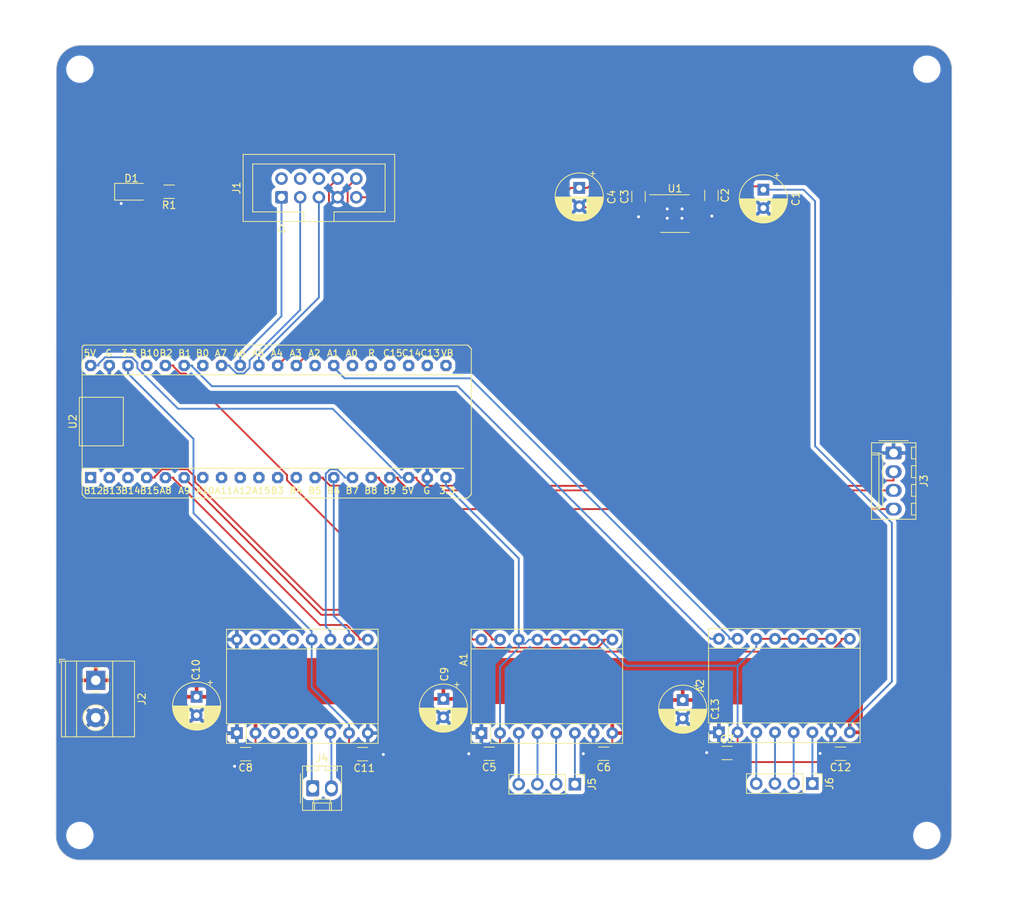
<source format=kicad_pcb>
(kicad_pcb (version 20221018) (generator pcbnew)
  (layers (0 "F.Cu" signal) (31 "B.Cu" signal) (34 "B.Paste" user) (35 "F.Paste" user) (36 "B.SilkS" user "B.Silkscreen") (37 "F.SilkS" user "F.Silkscreen") (38 "B.Mask" user) (39 "F.Mask" user) (44 "Edge.Cuts" user))
  (net 0 "")
  (net 1 "GND")
  (net 2 "+3V3")
  (net 3 "/Motion control/1Bx")
  (net 4 "/Motion control/1Ax")
  (net 5 "/Motion control/2Ax")
  (net 6 "/Motion control/2Bx")
  (net 7 "+12V")
  (net 8 "/Digital/ENX")
  (net 9 "/Digital/STEPX")
  (net 10 "/Digital/DIRX")
  (net 11 "/Motion control/1By")
  (net 12 "/Motion control/1Ay")
  (net 13 "/Motion control/2Ay")
  (net 14 "/Motion control/2By")
  (net 15 "/Digital/ENY")
  (net 16 "/Digital/STEPY")
  (net 17 "/Digital/DIRY")
  (net 18 "+5V")
  (net 19 "Net-(D1-A)")
  (net 20 "MISO")
  (net 22 "MOSI")
  (net 24 "SCLK")
  (net 26 "CS")
  (net 27 "DRDY")
  (net 28 "+5VD")
  (net 29 "/Digital/SDA")
  (net 30 "/Digital/SCL")
  (net 31 "/Motion control/AO2")
  (net 32 "/Motion control/AO1")
  (net 38 "/Digital/PWM")
  (net 45 "/Digital/COIL1")
  (net 46 "/Digital/COIL2")
  (footprint "MountingHole:MountingHole_3.2mm_M3_ISO7380" (layer "F.Cu") (at 40.85 58.85)
    (fp_text reference "H4" hide)
    (fp_text value "MountingHole")
  )
  (footprint "Connector_IDC:IDC-Header_2x05_P2.54mm_Vertical" (layer "F.Cu") (at 68.22 76.2525 90)
    (fp_text reference "J1")
    (fp_text value "ADC board connector")
  )
  (footprint "Capacitor_SMD:C_1206_3216Metric" (layer "F.Cu") (at 128.725 151.75)
    (fp_text reference "C7")
    (fp_text value "0.1u")
  )
  (footprint "Capacitor_THT:CP_Radial_D6.3mm_P2.50mm" (layer "F.Cu") (at 56.7 144.117621 -90)
    (fp_text reference "C10")
    (fp_text value "100u")
  )
  (footprint "Connector_PinHeader_2.54mm:PinHeader_1x04_P2.54mm_Vertical" (layer "F.Cu") (at 108.05 155.99 -90)
    (fp_text reference "J5")
    (fp_text value "Y stepper ")
  )
  (footprint "MountingHole:MountingHole_3.2mm_M3_ISO7380" (layer "F.Cu") (at 155.85 162.95)
    (fp_text reference "H2" hide)
    (fp_text value "MountingHole")
  )
  (footprint "Resistor_SMD:R_1206_3216Metric" (layer "F.Cu") (at 52.9625 75.5 180)
    (fp_text reference "R1")
    (fp_text value "1k")
  )
  (footprint "Capacitor_SMD:C_1206_3216Metric" (layer "F.Cu") (at 144.125 151.85 180)
    (fp_text reference "C12")
    (fp_text value "1u")
  )
  (footprint "Capacitor_THT:CP_Radial_D6.3mm_P2.50mm" (layer "F.Cu") (at 133.65 75.2176 -90)
    (fp_text reference "C1")
    (fp_text value "10u")
  )
  (footprint "Custom footprints:TB6612FNG_Pololu_Breakout-16_15.2x20.3mm" (layer "F.Cu") (at 62.16 149.04 90)
    (fp_text reference "U3" hide)
    (fp_text value "Coil driver")
  )
  (footprint "Connector_Molex:Molex_KK-254_AE-6410-02A_1x02_P2.54mm_Vertical" (layer "F.Cu") (at 72.46 156.55)
    (fp_text reference "J4")
    (fp_text value "Probe coil")
  )
  (footprint "Capacitor_SMD:C_1206_3216Metric" (layer "F.Cu") (at 111.975 151.85 180)
    (fp_text reference "C6")
    (fp_text value "1u")
  )
  (footprint "MountingHole:MountingHole_3.2mm_M3_ISO7380" (layer "F.Cu") (at 155.85 58.85)
    (fp_text reference "H3" hide)
    (fp_text value "MountingHole")
  )
  (footprint "Capacitor_THT:CP_Radial_D6.3mm_P2.50mm" (layer "F.Cu") (at 108.65 74.9676 -90)
    (fp_text reference "C4")
    (fp_text value "10u")
  )
  (footprint "Capacitor_THT:CP_Radial_D6.3mm_P2.50mm" (layer "F.Cu") (at 122.7 144.55 -90)
    (fp_text reference "C13")
    (fp_text value "100u")
  )
  (footprint "LED_SMD:LED_1206_3216Metric" (layer "F.Cu") (at 47.85 75.5)
    (fp_text reference "D1")
    (fp_text value "LED")
  )
  (footprint "Capacitor_SMD:C_1206_3216Metric" (layer "F.Cu") (at 79.225 151.9)
    (fp_text reference "C11")
    (fp_text value "0.1u")
  )
  (footprint "Custom footprints:A4988_Pololu_Breakout-16_15.2x20.3mm" (layer "F.Cu") (at 127.61 148.94 90)
    (fp_text reference "A2")
    (fp_text value "A4988 X axis driver")
  )
  (footprint "Capacitor_SMD:C_1206_3216Metric" (layer "F.Cu") (at 116.7 76.1426 -90)
    (fp_text reference "C3")
    (fp_text value "1u")
  )
  (footprint "WeAct_Black_Pill_V2.0:STM32F411_Black_Pill" (layer "F.Cu") (at 66.43 106.72 90)
    (fp_text reference "U2")
    (fp_text value "STM32F411 BlackPill")
  )
  (footprint "Custom footprints:A4988_Pololu_Breakout-16_15.2x20.3mm" (layer "F.Cu") (at 95.36 149.04 90)
    (fp_text reference "A1")
    (fp_text value "A4988 Y axis driver")
  )
  (footprint "TerminalBlock_Phoenix:TerminalBlock_Phoenix_MKDS-1,5-2-5.08_1x02_P5.08mm_Horizontal" (layer "F.Cu") (at 43 141.87 -90)
    (fp_text reference "J2")
    (fp_text value "12V in")
  )
  (footprint "Capacitor_SMD:C_1206_3216Metric" (layer "F.Cu") (at 63.35 151.9 180)
    (fp_text reference "C8")
    (fp_text value "1u")
  )
  (footprint "Capacitor_SMD:C_1206_3216Metric" (layer "F.Cu") (at 126.6 75.9926 -90)
    (fp_text reference "C2")
    (fp_text value "1u")
  )
  (footprint "Connector_PinHeader_2.54mm:PinHeader_1x04_P2.54mm_Vertical" (layer "F.Cu") (at 140.3 155.9 -90)
    (fp_text reference "J6")
    (fp_text value "X stepper")
  )
  (footprint "Capacitor_SMD:C_1206_3216Metric" (layer "F.Cu") (at 96.425 151.85 180)
    (fp_text reference "C5")
    (fp_text value "0.1u")
  )
  (footprint "MountingHole:MountingHole_3.2mm_M3_ISO7380" (layer "F.Cu") (at 40.85 162.95)
    (fp_text reference "H1" hide)
    (fp_text value "MountingHole")
  )
  (footprint "Package_SO:SOIC-8_3.9x4.9mm_P1.27mm" (layer "F.Cu") (at 121.65 78.4676)
    (fp_text reference "U1")
    (fp_text value "LM78L05_SO8")
  )
  (footprint "Capacitor_THT:CP_Radial_D6.3mm_P2.50mm" (layer "F.Cu") (at 90.2 144.4 -90)
    (fp_text reference "C9")
    (fp_text value "100u")
  )
  (footprint "Connector_Molex:Molex_KK-254_AE-6410-04A_1x04_P2.54mm_Vertical" (layer "F.Cu") (at 151.33 110.99 -90)
    (fp_text reference "J3")
    (fp_text value "I2C header")
  )
  (gr_line (start 40.95 55.6) (end 155.95 55.6) (stroke (width 0.1)) (layer "Edge.Cuts"))
  (gr_line (start 40.9 166.3) (end 155.9 166.3) (stroke (width 0.1)) (layer "Edge.Cuts"))
  (gr_line (start 37.65 58.9) (end 37.6 163) (stroke (width 0.1)) (layer "Edge.Cuts"))
  (gr_arc (start 40.9 166.3) (mid 38.566548 165.333452) (end 37.6 163) (stroke (width 0.1)) (layer "Edge.Cuts"))
  (gr_arc (start 37.65 58.9) (mid 38.616548 56.566548) (end 40.95 55.6) (stroke (width 0.1)) (layer "Edge.Cuts"))
  (gr_line (start 159.25 58.9) (end 159.2 163) (stroke (width 0.1)) (layer "Edge.Cuts"))
  (gr_arc (start 155.95 55.6) (mid 158.283452 56.566548) (end 159.25 58.9) (stroke (width 0.1)) (layer "Edge.Cuts"))
  (gr_arc (start 159.2 163) (mid 158.233452 165.333452) (end 155.9 166.3) (stroke (width 0.1)) (layer "Edge.Cuts"))
  (segment (start 126.8 77.2676) (end 126.6 77.4676) (width 0.25) (layer "F.Cu") (net 1))
  (segment (start 62.16 149.04) (end 62.16 150.167) (width 0.25) (layer "F.Cu") (net 1))
  (segment (start 61.875 153.525) (end 61.875 151.9) (width 0.25) (layer "F.Cu") (net 1))
  (segment (start 94.95 151.85) (end 95.36 151.44) (width 0.25) (layer "F.Cu") (net 1))
  (segment (start 141.521 152.979) (end 128.479 152.979) (width 0.25) (layer "F.Cu") (net 1))
  (segment (start 142.65 150.267) (end 142.85 150.067) (width 0.25) (layer "F.Cu") (net 1))
  (segment (start 108.8 77.6176) (end 108.65 77.4676) (width 0.25) (layer "F.Cu") (net 1))
  (segment (start 126.6 78.75) (end 126.65 78.8) (width 0.25) (layer "F.Cu") (net 1))
  (segment (start 142.65 151.85) (end 142.65 150.267) (width 0.25) (layer "F.Cu") (net 1))
  (segment (start 122.6174 77.8326) (end 124.125 77.8326) (width 0.25) (layer "F.Cu") (net 1))
  (segment (start 119.3474 79.1026) (end 119.35 79.1) (width 0.25) (layer "F.Cu") (net 1))
  (segment (start 120.6 77.8326) (end 119.175 77.8326) (width 0.25) (layer "F.Cu") (net 1))
  (segment (start 79.94 149.04) (end 79.94 150.167) (width 0.25) (layer "F.Cu") (net 1))
  (segment (start 142.65 151.85) (end 141.521 152.979) (width 0.25) (layer "F.Cu") (net 1))
  (segment (start 61.875 150.452) (end 61.875 151.9) (width 0.25) (layer "F.Cu") (net 1))
  (segment (start 82 151.9) (end 80.7 151.9) (width 0.25) (layer "F.Cu") (net 1))
  (segment (start 141.4 151.85) (end 142.65 151.85) (width 0.25) (layer "F.Cu") (net 1))
  (segment (start 80.7 150.927) (end 80.7 151.9) (width 0.25) (layer "F.Cu") (net 1))
  (segment (start 110.5 151.85) (end 110.6 151.75) (width 0.25) (layer "F.Cu") (net 1))
  (segment (start 110.5 151.85) (end 109.2 151.85) (width 0.25) (layer "F.Cu") (net 1))
  (segment (start 124.1424 77.85) (end 124.125 77.8326) (width 0.25) (layer "F.Cu") (net 1))
  (segment (start 141.35 151.8) (end 141.4 151.85) (width 0.25) (layer "F.Cu") (net 1))
  (segment (start 127.047 148.94) (end 127.25 149.143) (width 0.25) (layer "F.Cu") (net 1))
  (segment (start 116.7 77.6176) (end 116.7 78.9) (width 0.25) (layer "F.Cu") (net 1))
  (segment (start 116.8824 77.8) (end 116.7 77.6176) (width 0.25) (layer "F.Cu") (net 1))
  (segment (start 122.5974 79.1026) (end 124.125 79.1026) (width 0.25) (layer "F.Cu") (net 1))
  (segment (start 82.05 151.95) (end 82 151.9) (width 0.25) (layer "F.Cu") (net 1))
  (segment (start 126 151.75) (end 127.25 151.75) (width 0.25) (layer "F.Cu") (net 1))
  (segment (start 126.6 77.4676) (end 126.2176 77.85) (width 0.25) (layer "F.Cu") (net 1))
  (segment (start 142.85 150.067) (end 142.85 148.94) (width 0.25) (layer "F.Cu") (net 1))
  (segment (start 119.175 79.1026) (end 119.3474 79.1026) (width 0.25) (layer "F.Cu") (net 1))
  (segment (start 79.94 150.167) (end 80.7 150.927) (width 0.25) (layer "F.Cu") (net 1))
  (segment (start 126.2176 77.85) (end 124.1424 77.85) (width 0.25) (layer "F.Cu") (net 1))
  (segment (start 128.479 152.979) (end 127.25 151.75) (width 0.25) (layer "F.Cu") (net 1))
  (segment (start 119.35 79.1) (end 120.6 79.1) (width 0.25) (layer "F.Cu") (net 1))
  (segment (start 110.6 151.75) (end 110.6 149.04) (width 0.25) (layer "F.Cu") (net 1))
  (segment (start 93.65 151.85) (end 94.95 151.85) (width 0.25) (layer "F.Cu") (net 1))
  (segment (start 119.175 77.8326) (end 119.1424 77.8) (width 0.25) (layer "F.Cu") (net 1))
  (segment (start 116.7 77.6176) (end 108.8 77.6176) (width 0.25) (layer "F.Cu") (net 1))
  (segment (start 61.85 153.55) (end 61.875 153.525) (width 0.25) (layer "F.Cu") (net 1))
  (segment (start 46.45 75.5) (end 46.45 77.1) (width 0.25) (layer "F.Cu") (net 1))
  (segment (start 127.61 148.94) (end 127.047 148.94) (width 0.25) (layer "F.Cu") (net 1))
  (segment (start 126.6 77.4676) (end 126.6 78.75) (width 0.25) (layer "F.Cu") (net 1))
  (segment (start 119.1424 77.8) (end 116.8824 77.8) (width 0.25) (layer "F.Cu") (net 1))
  (segment (start 62.16 150.167) (end 61.875 150.452) (width 0.25) (layer "F.Cu") (net 1))
  (segment (start 95.36 151.44) (end 95.36 149.04) (width 0.25) (layer "F.Cu") (net 1))
  (segment (start 125.95 151.7) (end 126 151.75) (width 0.25) (layer "F.Cu") (net 1))
  (via (at 122.6174 77.8326) (size 0.8) (drill 0.4) (layers "F.Cu" "B.Cu") (net 1))
  (via (at 61.85 153.55) (size 0.8) (drill 0.4) (layers "F.Cu" "B.Cu") (net 1))
  (via (at 116.7 78.9) (size 0.8) (drill 0.4) (layers "F.Cu" "B.Cu") (net 1))
  (via (at 122.5974 79.1026) (size 0.8) (drill 0.4) (layers "F.Cu" "B.Cu") (net 1))
  (via (at 93.65 151.85) (size 0.8) (drill 0.4) (layers "F.Cu" "B.Cu") (net 1))
  (via (at 120.6 79.1) (size 0.8) (drill 0.4) (layers "F.Cu" "B.Cu") (net 1))
  (via (at 82.05 151.95) (size 0.8) (drill 0.4) (layers "F.Cu" "B.Cu") (net 1))
  (via (at 109.2 151.85) (size 0.8) (drill 0.4) (layers "F.Cu" "B.Cu") (net 1))
  (via (at 141.35 151.8) (size 0.8) (drill 0.4) (layers "F.Cu" "B.Cu") (net 1))
  (via (at 126.65 78.8) (size 0.8) (drill 0.4) (layers "F.Cu" "B.Cu") (net 1))
  (via (at 125.95 151.7) (size 0.8) (drill 0.4) (layers "F.Cu" "B.Cu") (net 1))
  (via (at 46.45 77.1) (size 0.8) (drill 0.4) (layers "F.Cu" "B.Cu") (net 1))
  (via (at 120.6 77.8326) (size 0.8) (drill 0.4) (layers "F.Cu" "B.Cu") (net 1))
  (segment (start 108.06 136.34) (end 110.6 136.34) (width 0.25) (layer "F.Cu") (net 2))
  (segment (start 97.9 149.04) (end 97.9 151.85) (width 0.25) (layer "F.Cu") (net 2))
  (segment (start 135.23 136.24) (end 132.69 136.24) (width 0.25) (layer "F.Cu") (net 2))
  (segment (start 137.77 136.24) (end 140.31 136.24) (width 0.25) (layer "F.Cu") (net 2))
  (segment (start 130.2 151.75) (end 130.15 151.7) (width 0.25) (layer "F.Cu") (net 2))
  (segment (start 140.31 136.24) (end 142.85 136.24) (width 0.25) (layer "F.Cu") (net 2))
  (segment (start 97.9 152.8) (end 97.561 153.139) (width 0.25) (layer "F.Cu") (net 2))
  (segment (start 130.15 151.7) (end 130.15 148.94) (width 0.25) (layer "F.Cu") (net 2))
  (segment (start 102.98 136.34) (end 105.52 136.34) (width 0.25) (layer "F.Cu") (net 2))
  (segment (start 77.4 151.55) (end 77.4 149.04) (width 0.25) (layer "F.Cu") (net 2))
  (segment (start 97.95 151.85) (end 97.9 151.85) (width 0.25) (layer "F.Cu") (net 2))
  (segment (start 105.52 136.34) (end 108.06 136.34) (width 0.25) (layer "F.Cu") (net 2))
  (segment (start 78.9886 153.139) (end 77.75 151.9) (width 0.25) (layer "F.Cu") (net 2))
  (segment (start 97.561 153.139) (end 78.9886 153.139) (width 0.25) (layer "F.Cu") (net 2))
  (segment (start 97.9 151.85) (end 97.9 152.8) (width 0.25) (layer "F.Cu") (net 2))
  (segment (start 77.75 151.9) (end 77.4 151.55) (width 0.25) (layer "F.Cu") (net 2))
  (segment (start 135.23 136.24) (end 137.77 136.24) (width 0.25) (layer "F.Cu") (net 2))
  (segment (start 56.27 119.163) (end 72.32 135.213) (width 0.25) (layer "B.Cu") (net 2))
  (segment (start 111.727 136.622) (end 115.012 139.907) (width 0.25) (layer "B.Cu") (net 2))
  (segment (start 47.38 100.189) (end 56.27 109.079) (width 0.25) (layer "B.Cu") (net 2))
  (segment (start 77.4 147.913) (end 72.32 142.833) (width 0.25) (layer "B.Cu") (net 2))
  (segment (start 47.38 99.1) (end 47.38 100.189) (width 0.25) (layer "B.Cu") (net 2))
  (segment (start 110.6 136.34) (end 111.727 136.34) (width 0.25) (layer "B.Cu") (net 2))
  (segment (start 101.853 136.34) (end 101.29 136.903) (width 0.25) (layer "B.Cu") (net 2))
  (segment (start 90.56 114.34) (end 90.56 115.429) (width 0.25) (layer "B.Cu") (net 2))
  (segment (start 132.69 137.367) (end 130.15 139.907) (width 0.25) (layer "B.Cu") (net 2))
  (segment (start 97.9 140.007) (end 97.9 149.04) (width 0.25) (layer "B.Cu") (net 2))
  (segment (start 90.56 115.429) (end 100.44 125.309) (width 0.25) (layer "B.Cu") (net 2))
  (segment (start 72.32 142.833) (end 72.32 136.34) (width 0.25) (layer "B.Cu") (net 2))
  (segment (start 111.727 136.34) (end 111.727 136.622) (width 0.25) (layer "B.Cu") (net 2))
  (segment (start 130.15 139.907) (end 130.15 148.94) (width 0.25) (layer "B.Cu") (net 2))
  (segment (start 100.44 136.34) (end 100.44 136.903) (width 0.25) (layer "B.Cu") (net 2))
  (segment (start 100.44 137.467) (end 97.9 140.007) (width 0.25) (layer "B.Cu") (net 2))
  (segment (start 115.012 139.907) (end 130.15 139.907) (width 0.25) (layer "B.Cu") (net 2))
  (segment (start 100.44 125.309) (end 100.44 136.34) (width 0.25) (layer "B.Cu") (net 2))
  (segment (start 72.32 135.213) (end 72.32 136.34) (width 0.25) (layer "B.Cu") (net 2))
  (segment (start 102.98 136.34) (end 101.853 136.34) (width 0.25) (layer "B.Cu") (net 2))
  (segment (start 100.44 136.903) (end 100.44 137.467) (width 0.25) (layer "B.Cu") (net 2))
  (segment (start 77.4 149.04) (end 77.4 147.913) (width 0.25) (layer "B.Cu") (net 2))
  (segment (start 56.27 109.079) (end 56.27 119.163) (width 0.25) (layer "B.Cu") (net 2))
  (segment (start 132.69 136.24) (end 132.69 137.367) (width 0.25) (layer "B.Cu") (net 2))
  (segment (start 101.29 136.903) (end 100.44 136.903) (width 0.25) (layer "B.Cu") (net 2))
  (segment (start 100.43 155.99) (end 100.43 154.813) (width 0.25) (layer "B.Cu") (net 3))
  (segment (start 100.43 154.813) (end 100.44 154.803) (width 0.25) (layer "B.Cu") (net 3))
  (segment (start 100.44 154.803) (end 100.44 149.04) (width 0.25) (layer "B.Cu") (net 3))
  (segment (start 102.97 154.813) (end 102.98 154.803) (width 0.25) (layer "B.Cu") (net 4))
  (segment (start 102.98 154.803) (end 102.98 149.04) (width 0.25) (layer "B.Cu") (net 4))
  (segment (start 102.97 155.99) (end 102.97 154.813) (width 0.25) (layer "B.Cu") (net 4))
  (segment (start 105.52 149.04) (end 105.52 150.167) (width 0.25) (layer "B.Cu") (net 5))
  (segment (start 105.52 150.167) (end 105.51 150.177) (width 0.25) (layer "B.Cu") (net 5))
  (segment (start 105.51 150.177) (end 105.51 155.99) (width 0.25) (layer "B.Cu") (net 5))
  (segment (start 108.05 154.813) (end 108.06 154.803) (width 0.25) (layer "B.Cu") (net 6))
  (segment (start 108.06 154.803) (end 108.06 149.04) (width 0.25) (layer "B.Cu") (net 6))
  (segment (start 108.05 155.99) (end 108.05 154.813) (width 0.25) (layer "B.Cu") (net 6))
  (segment (start 64.825 151.9) (end 64.7 151.775) (width 0.25) (layer "F.Cu") (net 7))
  (segment (start 64.7 149.04) (end 65.2635 149.04) (width 0.25) (layer "F.Cu") (net 7))
  (segment (start 126.6 74.7676) (end 133.65 74.7676) (width 0.25) (layer "F.Cu") (net 7))
  (segment (start 113.45 151.85) (end 113.14 151.54) (width 0.25) (layer "F.Cu") (net 7))
  (segment (start 124.805 76.5626) (end 124.125 76.5626) (width 0.25) (layer "F.Cu") (net 7))
  (segment (start 113.14 151.54) (end 113.14 149.04) (width 0.25) (layer "F.Cu") (net 7))
  (segment (start 126.6 74.5176) (end 126.6 74.7676) (width 0.25) (layer "F.Cu") (net 7))
  (segment (start 145.39 151.64) (end 145.6 151.85) (width 0.25) (layer "F.Cu") (net 7))
  (segment (start 64.7 151.775) (end 64.7 149.04) (width 0.25) (layer "F.Cu") (net 7))
  (segment (start 126.6 74.7676) (end 124.805 76.5626) (width 0.25) (layer "F.Cu") (net 7))
  (segment (start 133.65 75.2176) (end 133.65 74.7676) (width 0.25) (layer "F.Cu") (net 7))
  (segment (start 139.1047 75.2176) (end 140.675 76.7879) (width 0.25) (layer "B.Cu") (net 7))
  (segment (start 145.39 147.76) (end 151.1 142.05) (width 0.25) (layer "B.Cu") (net 7))
  (segment (start 140.675 110.055) (end 151.1 120.48) (width 0.25) (layer "B.Cu") (net 7))
  (segment (start 133.65 75.2176) (end 139.1047 75.2176) (width 0.25) (layer "B.Cu") (net 7))
  (segment (start 151.1 120.48) (end 151.1 141.9) (width 0.25) (layer "B.Cu") (net 7))
  (segment (start 151.1 142.05) (end 151.1 141.9) (width 0.25) (layer "B.Cu") (net 7))
  (segment (start 140.675 76.7879) (end 140.675 110.055) (width 0.25) (layer "B.Cu") (net 7))
  (segment (start 145.39 148.94) (end 145.39 147.76) (width 0.25) (layer "B.Cu") (net 7))
  (segment (start 52.0044 113.208) (end 51.0089 114.204) (width 0.25) (layer "F.Cu") (net 8))
  (segment (start 88.3913 132.294) (end 73.8548 132.294) (width 0.25) (layer "F.Cu") (net 8))
  (segment (start 56.4511 114.891) (end 56.4511 114.203) (width 0.25) (layer "F.Cu") (net 8))
  (segment (start 55.4562 113.208) (end 52.0044 113.208) (width 0.25) (layer "F.Cu") (net 8))
  (segment (start 93.5637 137.467) (end 88.3913 132.294) (width 0.25) (layer "F.Cu") (net 8))
  (segment (start 56.4511 114.203) (end 55.4562 113.208) (width 0.25) (layer "F.Cu") (net 8))
  (segment (start 113.14 136.34) (end 112.013 136.34) (width 0.25) (layer "F.Cu") (net 8))
  (segment (start 51.0089 114.204) (end 51.0089 114.34) (width 0.25) (layer "F.Cu") (net 8))
  (segment (start 112.013 136.34) (end 112.013 136.574) (width 0.25) (layer "F.Cu") (net 8))
  (segment (start 51.0089 114.34) (end 49.92 114.34) (width 0.25) (layer "F.Cu") (net 8))
  (segment (start 111.12 137.467) (end 93.5637 137.467) (width 0.25) (layer "F.Cu") (net 8))
  (segment (start 73.8548 132.294) (end 56.4511 114.891) (width 0.25) (layer "F.Cu") (net 8))
  (segment (start 112.013 136.574) (end 111.12 137.467) (width 0.25) (layer "F.Cu") (net 8))
  (segment (start 74.8216 115.429) (end 73.8689 114.476) (width 0.25) (layer "F.Cu") (net 9))
  (segment (start 96.7731 136.34) (end 96.7731 136.106) (width 0.25) (layer "F.Cu") (net 9))
  (segment (start 76.0955 115.429) (end 74.8216 115.429) (width 0.25) (layer "F.Cu") (net 9))
  (segment (start 97.9 136.34) (end 96.7731 136.34) (width 0.25) (layer "F.Cu") (net 9))
  (segment (start 73.8689 114.476) (end 73.8689 114.34) (width 0.25) (layer "F.Cu") (net 9))
  (segment (start 96.7731 136.106) (end 76.0955 115.429) (width 0.25) (layer "F.Cu") (net 9))
  (segment (start 73.8689 114.34) (end 72.78 114.34) (width 0.25) (layer "F.Cu") (net 9))
  (segment (start 86.5135 128.62) (end 82.8931 128.62) (width 0.25) (layer "F.Cu") (net 10))
  (segment (start 53.5489 99.1) (end 52.46 99.1) (width 0.25) (layer "F.Cu") (net 10))
  (segment (start 55.1917 100.189) (end 54.5016 100.189) (width 0.25) (layer "F.Cu") (net 10))
  (segment (start 68.97 113.967) (end 55.1917 100.189) (width 0.25) (layer "F.Cu") (net 10))
  (segment (start 68.97 114.697) (end 68.97 113.967) (width 0.25) (layer "F.Cu") (net 10))
  (segment (start 95.36 136.34) (end 94.2331 136.34) (width 0.25) (layer "F.Cu") (net 10))
  (segment (start 54.5016 100.189) (end 53.5489 99.2362) (width 0.25) (layer "F.Cu") (net 10))
  (segment (start 94.2331 136.34) (end 86.5135 128.62) (width 0.25) (layer "F.Cu") (net 10))
  (segment (start 82.8931 128.62) (end 68.97 114.697) (width 0.25) (layer "F.Cu") (net 10))
  (segment (start 53.5489 99.2362) (end 53.5489 99.1) (width 0.25) (layer "F.Cu") (net 10))
  (segment (start 132.69 154.713) (end 132.69 148.94) (width 0.25) (layer "B.Cu") (net 11))
  (segment (start 132.68 154.723) (end 132.69 154.713) (width 0.25) (layer "B.Cu") (net 11))
  (segment (start 132.68 155.9) (end 132.68 154.723) (width 0.25) (layer "B.Cu") (net 11))
  (segment (start 135.23 154.713) (end 135.23 148.94) (width 0.25) (layer "B.Cu") (net 12))
  (segment (start 135.22 155.9) (end 135.22 154.723) (width 0.25) (layer "B.Cu") (net 12))
  (segment (start 135.22 154.723) (end 135.23 154.713) (width 0.25) (layer "B.Cu") (net 12))
  (segment (start 137.76 150.077) (end 137.76 155.9) (width 0.25) (layer "B.Cu") (net 13))
  (segment (start 137.77 150.067) (end 137.76 150.077) (width 0.25) (layer "B.Cu") (net 13))
  (segment (start 137.77 148.94) (end 137.77 150.067) (width 0.25) (layer "B.Cu") (net 13))
  (segment (start 140.31 154.713) (end 140.31 148.94) (width 0.25) (layer "B.Cu") (net 14))
  (segment (start 140.3 154.723) (end 140.31 154.713) (width 0.25) (layer "B.Cu") (net 14))
  (segment (start 140.3 155.9) (end 140.3 154.723) (width 0.25) (layer "B.Cu") (net 14))
  (segment (start 144.263 136.24) (end 145.39 136.24) (width 0.25) (layer "F.Cu") (net 15))
  (segment (start 55 114.34) (end 73.6315 132.972) (width 0.25) (layer "F.Cu") (net 15))
  (segment (start 142.761 137.976) (end 144.263 136.474) (width 0.25) (layer "F.Cu") (net 15))
  (segment (start 87.5503 132.972) (end 92.5545 137.976) (width 0.25) (layer "F.Cu") (net 15))
  (segment (start 144.263 136.474) (end 144.263 136.24) (width 0.25) (layer "F.Cu") (net 15))
  (segment (start 92.5545 137.976) (end 142.761 137.976) (width 0.25) (layer "F.Cu") (net 15))
  (segment (start 73.6315 132.972) (end 87.5503 132.972) (width 0.25) (layer "F.Cu") (net 15))
  (segment (start 129.023 136.24) (end 129.023 136.006) (width 0.25) (layer "B.Cu") (net 16))
  (segment (start 75.32 99.37) (end 75.32 99.1) (width 0.25) (layer "B.Cu") (net 16))
  (segment (start 130.15 136.24) (end 129.023 136.24) (width 0.25) (layer "B.Cu") (net 16))
  (segment (start 129.023 136.006) (end 93.867 100.85) (width 0.25) (layer "B.Cu") (net 16))
  (segment (start 76.8 100.85) (end 75.32 99.37) (width 0.25) (layer "B.Cu") (net 16))
  (segment (start 93.867 100.85) (end 76.8 100.85) (width 0.25) (layer "B.Cu") (net 16))
  (segment (start 56.0889 99.1) (end 55 99.1) (width 0.25) (layer "B.Cu") (net 17))
  (segment (start 58.773 101.92) (end 56.0889 99.2361) (width 0.25) (layer "B.Cu") (net 17))
  (segment (start 92.1633 101.92) (end 58.773 101.92) (width 0.25) (layer "B.Cu") (net 17))
  (segment (start 126.483 136.24) (end 92.1633 101.92) (width 0.25) (layer "B.Cu") (net 17))
  (segment (start 127.61 136.24) (end 126.483 136.24) (width 0.25) (layer "B.Cu") (net 17))
  (segment (start 56.0889 99.2361) (end 56.0889 99.1) (width 0.25) (layer "B.Cu") (net 17))
  (segment (start 54.425 75.5) (end 62.5 75.5) (width 0.25) (layer "F.Cu") (net 18))
  (segment (start 119.175 76.5626) (end 117.28 74.6676) (width 0.25) (layer "F.Cu") (net 18))
  (segment (start 108.65 74.9676) (end 109.777 74.9676) (width 0.25) (layer "F.Cu") (net 18))
  (segment (start 109.777 74.9676) (end 110.077 74.6676) (width 0.25) (layer "F.Cu") (net 18))
  (segment (start 84.9025 76.2525) (end 88.4 76.2525) (width 0.25) (layer "F.Cu") (net 18))
  (segment (start 106.238 76.2525) (end 88.4 76.2525) (width 0.25) (layer "F.Cu") (net 18))
  (segment (start 110.077 74.6676) (end 116.7 74.6676) (width 0.25) (layer "F.Cu") (net 18))
  (segment (start 66.15 71.85) (end 80.5 71.85) (width 0.25) (layer "F.Cu") (net 18))
  (segment (start 107.523 74.9676) (end 106.238 76.2525) (width 0.25) (layer "F.Cu") (net 18))
  (segment (start 62.5 75.5) (end 66.15 71.85) (width 0.25) (layer "F.Cu") (net 18))
  (segment (start 80.5 71.85) (end 84.9025 76.2525) (width 0.25) (layer "F.Cu") (net 18))
  (segment (start 88.4 76.2525) (end 78.38 76.2525) (width 0.25) (layer "F.Cu") (net 18))
  (segment (start 108.65 74.9676) (end 107.523 74.9676) (width 0.25) (layer "F.Cu") (net 18))
  (segment (start 117.28 74.6676) (end 116.7 74.6676) (width 0.25) (layer "F.Cu") (net 18))
  (segment (start 49.25 75.5) (end 51.5 75.5) (width 0.25) (layer "F.Cu") (net 19))
  (segment (start 68.22 92.4111) (end 62.62 98.0111) (width 0.25) (layer "B.Cu") (net 20))
  (segment (start 68.22 76.2525) (end 68.22 92.4111) (width 0.25) (layer "B.Cu") (net 20))
  (segment (start 62.62 98.0111) (end 62.62 99.1) (width 0.25) (layer "B.Cu") (net 20))
  (segment (start 63.89 99.4153) (end 63.89 98.4205) (width 0.25) (layer "B.Cu") (net 22))
  (segment (start 62.1204 100.189) (end 63.1164 100.189) (width 0.25) (layer "B.Cu") (net 22))
  (segment (start 63.1164 100.189) (end 63.89 99.4153) (width 0.25) (layer "B.Cu") (net 22))
  (segment (start 70.76 91.5505) (end 70.76 76.2525) (width 0.25) (layer "B.Cu") (net 22))
  (segment (start 63.89 98.4205) (end 70.76 91.5505) (width 0.25) (layer "B.Cu") (net 22))
  (segment (start 61.1689 99.2374) (end 62.1204 100.189) (width 0.25) (layer "B.Cu") (net 22))
  (segment (start 60.08 99.1) (end 61.1689 99.1) (width 0.25) (layer "B.Cu") (net 22))
  (segment (start 61.1689 99.1) (end 61.1689 99.2374) (width 0.25) (layer "B.Cu") (net 22))
  (segment (start 73.3 89.8711) (end 73.3 76.2525) (width 0.25) (layer "B.Cu") (net 24))
  (segment (start 65.16 98.0111) (end 73.3 89.8711) (width 0.25) (layer "B.Cu") (net 24))
  (segment (start 65.16 99.1) (end 65.16 98.0111) (width 0.25) (layer "B.Cu") (net 24))
  (segment (start 75.84 73.7125) (end 74.665 74.8875) (width 0.25) (layer "F.Cu") (net 26))
  (segment (start 74.665 92.135) (end 67.7 99.1) (width 0.25) (layer "F.Cu") (net 26))
  (segment (start 74.665 74.8875) (end 74.665 92.135) (width 0.25) (layer "F.Cu") (net 26))
  (segment (start 77.205 74.8875) (end 77.205 92.135) (width 0.25) (layer "F.Cu") (net 27))
  (segment (start 78.38 73.7125) (end 77.205 74.8875) (width 0.25) (layer "F.Cu") (net 27))
  (segment (start 77.205 92.135) (end 70.24 99.1) (width 0.25) (layer "F.Cu") (net 27))
  (segment (start 86.5689 114.34) (end 86.5689 114.583) (width 0.25) (layer "F.Cu") (net 28))
  (segment (start 151.33 114.727) (end 151.33 113.53) (width 0.25) (layer "F.Cu") (net 28))
  (segment (start 86.5689 114.583) (end 87.4353 115.45) (width 0.25) (layer "F.Cu") (net 28))
  (segment (start 149.41 115.45) (end 150.133 114.727) (width 0.25) (layer "F.Cu") (net 28))
  (segment (start 85.48 114.34) (end 86.5689 114.34) (width 0.25) (layer "F.Cu") (net 28))
  (segment (start 87.4353 115.45) (end 149.41 115.45) (width 0.25) (layer "F.Cu") (net 28))
  (segment (start 150.133 114.727) (end 151.33 114.727) (width 0.25) (layer "F.Cu") (net 28))
  (segment (start 75.1531 104.972) (end 84.3911 114.21) (width 0.25) (layer "B.Cu") (net 28))
  (segment (start 43.3889 98.8569) (end 44.2621 97.9837) (width 0.25) (layer "B.Cu") (net 28))
  (segment (start 54.1611 104.972) (end 75.1531 104.972) (width 0.25) (layer "B.Cu") (net 28))
  (segment (start 42.3 99.1) (end 43.3889 99.1) (width 0.25) (layer "B.Cu") (net 28))
  (segment (start 48.65 99.4612) (end 54.1611 104.972) (width 0.25) (layer "B.Cu") (net 28))
  (segment (start 43.3889 99.1) (end 43.3889 98.8569) (width 0.25) (layer "B.Cu") (net 28))
  (segment (start 47.8968 97.9837) (end 48.65 98.7369) (width 0.25) (layer "B.Cu") (net 28))
  (segment (start 48.65 98.7369) (end 48.65 99.4612) (width 0.25) (layer "B.Cu") (net 28))
  (segment (start 44.2621 97.9837) (end 47.8968 97.9837) (width 0.25) (layer "B.Cu") (net 28))
  (segment (start 84.3911 114.21) (end 84.3911 114.34) (width 0.25) (layer "B.Cu") (net 28))
  (segment (start 84.3911 114.34) (end 85.48 114.34) (width 0.25) (layer "B.Cu") (net 28))
  (segment (start 85.5158 116.07) (end 151.33 116.07) (width 0.25) (layer "F.Cu") (net 29))
  (segment (start 84.0289 114.34) (end 84.0289 114.583) (width 0.25) (layer "F.Cu") (net 29))
  (segment (start 82.94 114.34) (end 84.0289 114.34) (width 0.25) (layer "F.Cu") (net 29))
  (segment (start 84.0289 114.583) (end 85.5158 116.07) (width 0.25) (layer "F.Cu") (net 29))
  (segment (start 81.4889 114.34) (end 81.4889 114.583) (width 0.25) (layer "F.Cu") (net 30))
  (segment (start 81.4889 114.583) (end 85.5158 118.61) (width 0.25) (layer "F.Cu") (net 30))
  (segment (start 85.5158 118.61) (end 151.33 118.61) (width 0.25) (layer "F.Cu") (net 30))
  (segment (start 80.4 114.34) (end 81.4889 114.34) (width 0.25) (layer "F.Cu") (net 30))
  (segment (start 72.32 156.41) (end 72.32 149.04) (width 0.25) (layer "B.Cu") (net 31))
  (segment (start 72.46 156.55) (end 72.32 156.41) (width 0.25) (layer "B.Cu") (net 31))
  (segment (start 75 150.307) (end 75 156.55) (width 0.25) (layer "B.Cu") (net 32))
  (segment (start 74.86 149.04) (end 74.86 150.167) (width 0.25) (layer "B.Cu") (net 32))
  (segment (start 74.86 150.167) (end 75 150.307) (width 0.25) (layer "B.Cu") (net 32))
  (segment (start 53.5489 114.34) (end 52.46 114.34) (width 0.25) (layer "F.Cu") (net 38))
  (segment (start 53.5489 114.476) (end 53.5489 114.34) (width 0.25) (layer "F.Cu") (net 38))
  (segment (start 73.4287 134.356) (end 53.5489 114.476) (width 0.25) (layer "F.Cu") (net 38))
  (segment (start 78.8131 136.106) (end 77.0625 134.356) (width 0.25) (layer "F.Cu") (net 38))
  (segment (start 77.0625 134.356) (end 73.4287 134.356) (width 0.25) (layer "F.Cu") (net 38))
  (segment (start 78.8131 136.34) (end 78.8131 136.106) (width 0.25) (layer "F.Cu") (net 38))
  (segment (start 79.94 136.34) (end 78.8131 136.34) (width 0.25) (layer "F.Cu") (net 38))
  (segment (start 75.32 133.133) (end 75.32 114.34) (width 0.25) (layer "B.Cu") (net 45))
  (segment (start 77.4 135.213) (end 75.32 133.133) (width 0.25) (layer "B.Cu") (net 45))
  (segment (start 77.4 136.34) (end 77.4 135.213) (width 0.25) (layer "B.Cu") (net 45))
  (segment (start 74.2307 113.812) (end 74.8211 113.221) (width 0.25) (layer "B.Cu") (net 46))
  (segment (start 74.8211 113.221) (end 75.7884 113.221) (width 0.25) (layer "B.Cu") (net 46))
  (segment (start 76.7711 114.204) (end 76.7711 114.34) (width 0.25) (layer "B.Cu") (net 46))
  (segment (start 75.7884 113.221) (end 76.7711 114.204) (width 0.25) (layer "B.Cu") (net 46))
  (segment (start 74.86 136.34) (end 74.86 135.213) (width 0.25) (layer "B.Cu") (net 46))
  (segment (start 74.2307 134.584) (end 74.2307 113.812) (width 0.25) (layer "B.Cu") (net 46))
  (segment (start 76.7711 114.34) (end 77.86 114.34) (width 0.25) (layer "B.Cu") (net 46))
  (segment (start 74.86 135.213) (end 74.2307 134.584) (width 0.25) (layer "B.Cu") (net 46))
  (zone (net 1) (net_name "GND") (layer "F.Cu") (priority 3) (connect_pads (clearance 0.5)) (min_thickness 0.25) (fill yes (thermal_gap 0.5) (thermal_bridge_width 0.5))
    (polygon (pts (xy 40.85 148.9) (xy 60.25 148.9) (xy 60.25 153.35) (xy 60.85 154.2) (xy 62.6 154.2) (xy 63.15 153.85) (xy 63.15 145.75) (xy 52.65 145.75) (xy 51.45 144.55) (xy 40.85 144.55) (xy 40.85 144.55)))
  )
  (zone (net 7) (net_name "+12V") (layer "F.Cu") (priority 5) (connect_pads (clearance 0.5)) (min_thickness 0.25) (fill yes (thermal_gap 0.5) (thermal_bridge_width 0.5))
    (polygon (pts (xy 144 143.4) (xy 144 152.45) (xy 144.6 153.9) (xy 146.45 153.9) (xy 147.2 152.45) (xy 147.15 143.4)))
  )
  (zone (net 7) (net_name "+12V") (layer "F.Cu") (priority 1) (connect_pads (clearance 0.5)) (min_thickness 0.25) (fill yes (thermal_gap 0.5) (thermal_bridge_width 0.5))
    (polygon (pts (xy 40.85 143.9) (xy 51.6 143.9) (xy 52.9 145.15) (xy 63.8 145.15) (xy 63.8 152.45) (xy 64.2 152.95) (xy 65.5 152.95) (xy 66 152.45) (xy 66 145.15) (xy 96.65 145.1) (xy 97.05 145.1) (xy 97.45 145.1) (xy 98.3 145.1) (xy 98.65 145.1) (xy 99.4 145.1) (xy 129.3 145.15) (xy 129.65 145.15) (xy 129.75 145.15) (xy 130.8 145.15) (xy 131.05 145.15) (xy 131.15 138.85) (xy 40.85 138.85) (xy 40.85 139.5)))
  )
  (zone (net 7) (net_name "+12V") (layer "F.Cu") (priority 2) (connect_pads (clearance 0.5)) (min_thickness 0.25) (fill yes (thermal_gap 0.5) (thermal_bridge_width 0.5))
    (polygon (pts (xy 131.05 145.15) (xy 144.2 145.15) (xy 144.25 145.15) (xy 147.15 145.15) (xy 147.15 142.3) (xy 144.15 138.85) (xy 131.15 138.85) (xy 129.65 145.15)))
  )
  (zone (net 7) (net_name "+12V") (layer "F.Cu") (priority 4) (connect_pads (clearance 0.5)) (min_thickness 0.25) (fill yes (thermal_gap 0.5) (thermal_bridge_width 0.5))
    (polygon (pts (xy 112.05 141.9) (xy 114.95 141.9) (xy 114.95 152.85) (xy 114.2 154) (xy 112.65 154) (xy 112.05 152.75)))
  )
  (zone (net 1) (net_name "GND") (layer "B.Cu") (connect_pads (clearance 0.5)) (min_thickness 0.25) (fill yes (thermal_gap 0.5) (thermal_bridge_width 0.5))
    (polygon (pts (xy 30 52.2) (xy 30.9 175) (xy 169.05 174.85) (xy 168.5 49.55) (xy 30.1 49.45)))
  )
)
</source>
